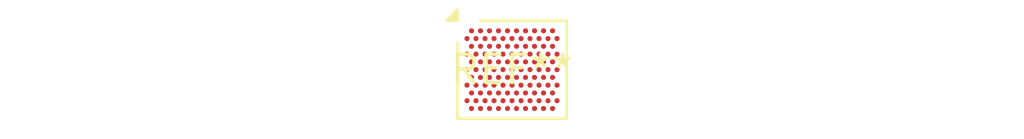
<source format=kicad_pcb>
(kicad_pcb (version 20240108) (generator pcbnew)
  (layers (0 "F.Cu" signal) (31 "B.Cu" signal) (34 "B.Paste" user) (35 "F.Paste" user) (36 "B.SilkS" user "B.Silkscreen") (37 "F.SilkS" user "F.Silkscreen") (38 "B.Mask" user) (39 "F.Mask" user) (44 "Edge.Cuts" user))
  (net 0 "")
  (footprint "ST_WLCSP-115_4.63x4.15mm_P0.4mm_Stagger" (layer "F.Cu") (at 0 0)
    (property "Reference" "REF**")
    (property "Value" "ST_WLCSP-115_4.63x4.15mm_P0.4mm_Stagger")
    (fp_line (start -2.425 2.185) (end -2.425 -1.185) (layer "F.SilkS") (stroke (width 0.12)))
    (fp_line (start -1.425 -2.185) (end 2.425 -2.185) (layer "F.SilkS") (stroke (width 0.12)))
    (fp_line (start 2.425 -2.185) (end 2.425 2.185) (layer "F.SilkS") (stroke (width 0.12)))
    (fp_line (start 2.425 2.185) (end -2.425 2.185) (layer "F.SilkS") (stroke (width 0.12)))
    (fp_poly (pts (xy -2.425 -2.185) (xy -2.925 -2.185) (xy -2.425 -2.685) (xy -2.425 -2.185)) (layer "F.SilkS") (stroke (width 0.12)) (fill solid))
    (pad "A2" smd circle (at -1.8 -1.732051) (size 0.225 0.225) (property pad_prop_bga) (layers "F.Cu" "F.Paste" "F.Mask"))
    (pad "A4" smd circle (at -1.4 -1.732051) (size 0.225 0.225) (property pad_prop_bga) (layers "F.Cu" "F.Paste" "F.Mask"))
    (pad "A6" smd circle (at -1 -1.732051) (size 0.225 0.225) (property pad_prop_bga) (layers "F.Cu" "F.Paste" "F.Mask"))
    (pad "A8" smd circle (at -0.6 -1.732051) (size 0.225 0.225) (property pad_prop_bga) (layers "F.Cu" "F.Paste" "F.Mask"))
    (pad "A10" smd circle (at -0.2 -1.732051) (size 0.225 0.225) (property pad_prop_bga) (layers "F.Cu" "F.Paste" "F.Mask"))
    (pad "A12" smd circle (at 0.2 -1.732051) (size 0.225 0.225) (property pad_prop_bga) (layers "F.Cu" "F.Paste" "F.Mask"))
    (pad "A14" smd circle (at 0.6 -1.732051) (size 0.225 0.225) (property pad_prop_bga) (layers "F.Cu" "F.Paste" "F.Mask"))
    (pad "A16" smd circle (at 1 -1.732051) (size 0.225 0.225) (property pad_prop_bga) (layers "F.Cu" "F.Paste" "F.Mask"))
    (pad "A18" smd circle (at 1.4 -1.732051) (size 0.225 0.225) (property pad_prop_bga) (layers "F.Cu" "F.Paste" "F.Mask"))
    (pad "A20" smd circle (at 1.8 -1.732051) (size 0.225 0.225) (property pad_prop_bga) (layers "F.Cu" "F.Paste" "F.Mask"))
    (pad "B1" smd circle (at -2 -1.385641) (size 0.225 0.225) (property pad_prop_bga) (layers "F.Cu" "F.Paste" "F.Mask"))
    (pad "B3" smd circle (at -1.6 -1.385641) (size 0.225 0.225) (property pad_prop_bga) (layers "F.Cu" "F.Paste" "F.Mask"))
    (pad "B5" smd circle (at -1.2 -1.385641) (size 0.225 0.225) (property pad_prop_bga) (layers "F.Cu" "F.Paste" "F.Mask"))
    (pad "B7" smd circle (at -0.8 -1.385641) (size 0.225 0.225) (property pad_prop_bga) (layers "F.Cu" "F.Paste" "F.Mask"))
    (pad "B9" smd circle (at -0.4 -1.385641) (size 0.225 0.225) (property pad_prop_bga) (layers "F.Cu" "F.Paste" "F.Mask"))
    (pad "B11" smd circle (at 0 -1.385641) (size 0.225 0.225) (property pad_prop_bga) (layers "F.Cu" "F.Paste" "F.Mask"))
    (pad "B13" smd circle (at 0.4 -1.385641) (size 0.225 0.225) (property pad_prop_bga) (layers "F.Cu" "F.Paste" "F.Mask"))
    (pad "B15" smd circle (at 0.8 -1.385641) (size 0.225 0.225) (property pad_prop_bga) (layers "F.Cu" "F.Paste" "F.Mask"))
    (pad "B17" smd circle (at 1.2 -1.385641) (size 0.225 0.225) (property pad_prop_bga) (layers "F.Cu" "F.Paste" "F.Mask"))
    (pad "B19" smd circle (at 1.6 -1.385641) (size 0.225 0.225) (property pad_prop_bga) (layers "F.Cu" "F.Paste" "F.Mask"))
    (pad "B21" smd circle (at 2 -1.385641) (size 0.225 0.225) (property pad_prop_bga) (layers "F.Cu" "F.Paste" "F.Mask"))
    (pad "C2" smd circle (at -1.8 -1.03923) (size 0.225 0.225) (property pad_prop_bga) (layers "F.Cu" "F.Paste" "F.Mask"))
    (pad "C4" smd circle (at -1.4 -1.03923) (size 0.225 0.225) (property pad_prop_bga) (layers "F.Cu" "F.Paste" "F.Mask"))
    (pad "C6" smd circle (at -1 -1.03923) (size 0.225 0.225) (property pad_prop_bga) (layers "F.Cu" "F.Paste" "F.Mask"))
    (pad "C8" smd circle (at -0.6 -1.03923) (size 0.225 0.225) (property pad_prop_bga) (layers "F.Cu" "F.Paste" "F.Mask"))
    (pad "C10" smd circle (at -0.2 -1.03923) (size 0.225 0.225) (property pad_prop_bga) (layers "F.Cu" "F.Paste" "F.Mask"))
    (pad "C12" smd circle (at 0.2 -1.03923) (size 0.225 0.225) (property pad_prop_bga) (layers "F.Cu" "F.Paste" "F.Mask"))
    (pad "C14" smd circle (at 0.6 -1.03923) (size 0.225 0.225) (property pad_prop_bga) (layers "F.Cu" "F.Paste" "F.Mask"))
    (pad "C16" smd circle (at 1 -1.03923) (size 0.225 0.225) (property pad_prop_bga) (layers "F.Cu" "F.Paste" "F.Mask"))
    (pad "C18" smd circle (at 1.4 -1.03923) (size 0.225 0.225) (property pad_prop_bga) (layers "F.Cu" "F.Paste" "F.Mask"))
    (pad "C20" smd circle (at 1.8 -1.03923) (size 0.225 0.225) (property pad_prop_bga) (layers "F.Cu" "F.Paste" "F.Mask"))
    (pad "D1" smd circle (at -2 -0.69282) (size 0.225 0.225) (property pad_prop_bga) (layers "F.Cu" "F.Paste" "F.Mask"))
    (pad "D3" smd circle (at -1.6 -0.69282) (size 0.225 0.225) (property pad_prop_bga) (layers "F.Cu" "F.Paste" "F.Mask"))
    (pad "D5" smd circle (at -1.2 -0.69282) (size 0.225 0.225) (property pad_prop_bga) (layers "F.Cu" "F.Paste" "F.Mask"))
    (pad "D7" smd circle (at -0.8 -0.69282) (size 0.225 0.225) (property pad_prop_bga) (layers "F.Cu" "F.Paste" "F.Mask"))
    (pad "D9" smd circle (at -0.4 -0.69282) (size 0.225 0.225) (property pad_prop_bga) (layers "F.Cu" "F.Paste" "F.Mask"))
    (pad "D11" smd circle (at 0 -0.69282) (size 0.225 0.225) (property pad_prop_bga) (layers "F.Cu" "F.Paste" "F.Mask"))
    (pad "D13" smd circle (at 0.4 -0.69282) (size 0.225 0.225) (property pad_prop_bga) (layers "F.Cu" "F.Paste" "F.Mask"))
    (pad "D15" smd circle (at 0.8 -0.69282) (size 0.225 0.225) (property pad_prop_bga) (layers "F.Cu" "F.Paste" "F.Mask"))
    (pad "D17" smd circle (at 1.2 -0.69282) (size 0.225 0.225) (property pad_prop_bga) (layers "F.Cu" "F.Paste" "F.Mask"))
    (pad "D19" smd circle (at 1.6 -0.69282) (size 0.225 0.225) (property pad_prop_bga) (layers "F.Cu" "F.Paste" "F.Mask"))
    (pad "D21" smd circle (at 2 -0.69282) (size 0.225 0.225) (property pad_prop_bga) (layers "F.Cu" "F.Paste" "F.Mask"))
    (pad "E2" smd circle (at -1.8 -0.34641) (size 0.225 0.225) (property pad_prop_bga) (layers "F.Cu" "F.Paste" "F.Mask"))
    (pad "E4" smd circle (at -1.4 -0.34641) (size 0.225 0.225) (property pad_prop_bga) (layers "F.Cu" "F.Paste" "F.Mask"))
    (pad "E6" smd circle (at -1 -0.34641) (size 0.225 0.225) (property pad_prop_bga) (layers "F.Cu" "F.Paste" "F.Mask"))
    (pad "E8" smd circle (at -0.6 -0.34641) (size 0.225 0.225) (property pad_prop_bga) (layers "F.Cu" "F.Paste" "F.Mask"))
    (pad "E10" smd circle (at -0.2 -0.34641) (size 0.225 0.225) (property pad_prop_bga) (layers "F.Cu" "F.Paste" "F.Mask"))
    (pad "E12" smd circle (at 0.2 -0.34641) (size 0.225 0.225) (property pad_prop_bga) (layers "F.Cu" "F.Paste" "F.Mask"))
    (pad "E14" smd circle (at 0.6 -0.34641) (size 0.225 0.225) (property pad_prop_bga) (layers "F.Cu" "F.Paste" "F.Mask"))
    (pad "E16" smd circle (at 1 -0.34641) (size 0.225 0.225) (property pad_prop_bga) (layers "F.Cu" "F.Paste" "F.Mask"))
    (pad "E18" smd circle (at 1.4 -0.34641) (size 0.225 0.225) (property pad_prop_bga) (layers "F.Cu" "F.Paste" "F.Mask"))
    (pad "E20" smd circle (at 1.8 -0.34641) (size 0.225 0.225) (property pad_prop_bga) (layers "F.Cu" "F.Paste" "F.Mask"))
    (pad "F1" smd circle (at -2 0) (size 0.225 0.225) (property pad_prop_bga) (layers "F.Cu" "F.Paste" "F.Mask"))
    (pad "F3" smd circle (at -1.6 0) (size 0.225 0.225) (property pad_prop_bga) (layers "F.Cu" "F.Paste" "F.Mask"))
    (pad "F5" smd circle (at -1.2 0) (size 0.225 0.225) (property pad_prop_bga) (layers "F.Cu" "F.Paste" "F.Mask"))
    (pad "F7" smd circle (at -0.8 0) (size 0.225 0.225) (property pad_prop_bga) (layers "F.Cu" "F.Paste" "F.Mask"))
    (pad "F9" smd circle (at -0.4 0) (size 0.225 0.225) (property pad_prop_bga) (layers "F.Cu" "F.Paste" "F.Mask"))
    (pad "F11" smd circle (at 0 0) (size 0.225 0.225) (property pad_prop_bga) (layers "F.Cu" "F.Paste" "F.Mask"))
    (pad "F13" smd circle (at 0.4 0) (size 0.225 0.225) (property pad_prop_bga) (layers "F.Cu" "F.Paste" "F.Mask"))
    (pad "F15" smd circle (at 0.8 0) (size 0.225 0.225) (property pad_prop_bga) (layers "F.Cu" "F.Paste" "F.Mask"))
    (pad "F17" smd circle (at 1.2 0) (size 0.225 0.225) (property pad_prop_bga) (layers "F.Cu" "F.Paste" "F.Mask"))
    (pad "F19" smd circle (at 1.6 0) (size 0.225 0.225) (property pad_prop_bga) (layers "F.Cu" "F.Paste" "F.Mask"))
    (pad "F21" smd circle (at 2 0) (size 0.225 0.225) (property pad_prop_bga) (layers "F.Cu" "F.Paste" "F.Mask"))
    (pad "G2" smd circle (at -1.8 0.34641) (size 0.225 0.225) (property pad_prop_bga) (layers "F.Cu" "F.Paste" "F.Mask"))
    (pad "G4" smd circle (at -1.4 0.34641) (size 0.225 0.225) (property pad_prop_bga) (layers "F.Cu" "F.Paste" "F.Mask"))
    (pad "G6" smd circle (at -1 0.34641) (size 0.225 0.225) (property pad_prop_bga) (layers "F.Cu" "F.Paste" "F.Mask"))
    (pad "G8" smd circle (at -0.6 0.34641) (size 0.225 0.225) (property pad_prop_bga) (layers "F.Cu" "F.Paste" "F.Mask"))
    (pad "G10" smd circle (at -0.2 0.34641) (size 0.225 0.225) (property pad_prop_bga) (layers "F.Cu" "F.Paste" "F.Mask"))
    (pad "G12" smd circle (at 0.2 0.34641) (size 0.225 0.225) (property pad_prop_bga) (layers "F.Cu" "F.Paste" "F.Mask"))
    (pad "G14" smd circle (at 0.6 0.34641) (size 0.225 0.225) (property pad_prop_bga) (layers "F.Cu" "F.Paste" "F.Mask"))
    (pad "G16" smd circle (at 1 0.34641) (size 0.225 0.225) (property pad_prop_bga) (layers "F.Cu" "F.Paste" "F.Mask"))
    (pad "G18" smd circle (at 1.4 0.34641) (size 0.225 0.225) (property pad_prop_bga) (layers "F.Cu" "F.Paste" "F.Mask"))
    (pad "G20" smd circle (at 1.8 0.34641) (size 0.225 0.225) (property pad_prop_bga) (layers "F.Cu" "F.Paste" "F.Mask"))
    (pad "H1" smd circle (at -2 0.69282) (size 0.225 0.225) (property pad_prop_bga) (layers "F.Cu" "F.Paste" "F.Mask"))
    (pad "H3" smd circle (at -1.6 0.69282) (size 0.225 0.225) (property pad_prop_bga) (layers "F.Cu" "F.Paste" "F.Mask"))
    (pad "H5" smd circle (at -1.2 0.69282) (size 0.225 0.225) (property pad_prop_bga) (layers "F.Cu" "F.Paste" "F.Mask"))
    (pad "H7" smd circle (at -0.8 0.69282) (size 0.225 0.225) (property pad_prop_bga) (layers "F.Cu" "F.Paste" "F.Mask"))
    (pad "H9" smd circle (at -0.4 0.69282) (size 0.225 0.225) (property pad_prop_bga) (layers "F.Cu" "F.Paste" "F.Mask"))
    (pad "H11" smd circle (at 0 0.69282) (size 0.225 0.225) (property pad_prop_bga) (layers "F.Cu" "F.Paste" "F.Mask"))
    (pad "H13" smd circle (at 0.4 0.69282) (size 0.225 0.225) (property pad_prop_bga) (layers "F.Cu" "F.Paste" "F.Mask"))
    (pad "H15" smd circle (at 0.8 0.69282) (size 0.225 0.225) (property pad_prop_bga) (layers "F.Cu" "F.Paste" "F.Mask"))
    (pad "H17" smd circle (at 1.2 0.69282) (size 0.225 0.225) (property pad_prop_bga) (layers "F.Cu" "F.Paste" "F.Mask"))
    (pad "H19" smd circle (at 1.6 0.69282) (size 0.225 0.225) (property pad_prop_bga) (layers "F.Cu" "F.Paste" "F.Mask"))
    (pad "H21" smd circle (at 2 0.69282) (size 0.225 0.225) (property pad_prop_bga) (layers "F.Cu" "F.Paste" "F.Mask"))
    (pad "J2" smd circle (at -1.8 1.03923) (size 0.225 0.225) (property pad_prop_bga) (layers "F.Cu" "F.Paste" "F.Mask"))
    (pad "J4" smd circle (at -1.4 1.03923) (size 0.225 0.225) (property pad_prop_bga) (layers "F.Cu" "F.Paste" "F.Mask"))
    (pad "J6" smd circle (at -1 1.03923) (size 0.225 0.225) (property pad_prop_bga) (layers "F.Cu" "F.Paste" "F.Mask"))
    (pad "J8" smd circle (at -0.6 1.03923) (size 0.225 0.225) (property pad_prop_bga) (layers "F.Cu" "F.Paste" "F.Mask"))
    (pad "J10" smd circle (at -0.2 1.03923) (size 0.225 0.225) (property pad_prop_bga) (layers "F.Cu" "F.Paste" "F.Mask"))
    (pad "J12" smd circle (at 0.2 1.03923) (size 0.225 0.225) (property pad_prop_bga) (layers "F.Cu" "F.Paste" "F.Mask"))
    (pad "J14" smd circle (at 0.6 1.03923) (size 0.225 0.225) (property pad_prop_bga) (layers "F.Cu" "F.Paste" "F.Mask"))
    (pad "J16" smd circle (at 1 1.03923) (size 0.225 0.225) (property pad_prop_bga) (layers "F.Cu" "F.Paste" "F.Mask"))
    (pad "J18" smd circle (at 1.4 1.03923) (size 0.225 0.225) (property pad_prop_bga) (layers "F.Cu" "F.Paste" "F.Mask"))
    (pad "J20" smd circle (at 1.8 1.03923) (size 0.225 0.225) (property pad_prop_bga) (layers "F.Cu" "F.Paste" "F.Mask"))
    (pad "K1" smd circle (at -2 1.385641) (size 0.225 0.225) (property pad_prop_bga) (layers "F.Cu" "F.Paste" "F.Mask"))
    (pad "K3" smd circle (at -1.6 1.385641) (size 0.225 0.225) (property pad_prop_bga) (layers "F.Cu" "F.Paste" "F.Mask"))
    (pad "K5" smd circle (at -1.2 1.385641) (size 0.225 0.225) (property pad_prop_bga) (layers "F.Cu" "F.Paste" "F.Mask"))
    (pad "K7" smd circle (at -0.8 1.385641) (size 0.225 0.225) (property pad_prop_bga) (layers "F.Cu" "F.Paste" "F.Mask"))
    (pad "K9" smd circle (at -0.4 1.385641) (size 0.225 0.225) (property pad_prop_bga) (layers "F.Cu" "F.Paste" "F.Mask"))
    (pad "K11" smd circle (at 0 1.385641) (size 0.225 0.225) (property pad_prop_bga) (layers "F.Cu" "F.Paste" "F.Mask"))
    (pad "K13" smd circle (at 0.4 1.385641) (size 0.225 0.225) (property pad_prop_bga) (layers "F.Cu" "F.Paste" "F.Mask"))
    (pad "K15" smd circle (at 0.8 1.385641) (size 0.225 0.225) (property pad_prop_bga) (layers "F.Cu" "F.Paste" "F.Mask"))
    (pad "K17" smd circle (at 1.2 1.385641) (size 0.225 0.225) (property pad_prop_bga) (layers "F.Cu" "F.Paste" "F.Mask"))
    (pad "K19" smd circle (at 1.6 1.385641) (size 0.225 0.225) (property pad_prop_bga) (layers "F.Cu" "F.Paste" "F.Mask"))
    (pad "K21" smd circle (at 2 1.385641) (size 0.225 0.225) (property pad_prop_bga) (layers "F.Cu" "F.Paste" "F.Mask"))
    (pad "L2" smd circle (at -1.8 1.732051) (size 0.225 0.225) (property pad_prop_bga) (layers "F.Cu" "F.Paste" "F.Mask"))
    (pad "L4" smd circle (at -1.4 1.732051) (size 0.225 0.225) (property pad_prop_bga) (layers "F.Cu" "F.Paste" "F.Mask"))
    (pad "L6" smd circle (at -1 1.732051) (size 0.225 0.225) (property pad_prop_bga) (layers "F.Cu" "F.Paste" "F.Mask"))
    (pad "L8" smd circle (at -0.6 1.732051) (size 0.225 0.225) (property pad_prop_bga) (layers "F.Cu" "F.Paste" "F.Mask"))
    (pad "L10" smd circle (at -0.2 1.732051) (size 0.225 0.225) (property pad_prop_bga) (layers "F.Cu" "F.Paste" "F.Mask"))
    (pad "L12" smd circle (at 0.2 1.732051) (size 0.225 0.225) (property pad_prop_bga) (layers "F.Cu" "F.Paste" "F.Mask"))
    (pad "L14" smd circle (at 0.6 1.732051) (size 0.225 0.225) (property pad_prop_bga) (layers "F.Cu" "F.Paste" "F.Mask"))
    (pad "L16" smd circle (at 1 1.732051) (size 0.225 0.225) (property pad_prop_bga) (layers "F.Cu" "F.Paste" "F.Mask"))
    (pad "L18" smd circle (at 1.4 1.732051) (size 0.225 0.225) (property pad_prop_bga) (layers "F.Cu" "F.Paste" "F.Mask"))
    (pad "L20" smd circle (at 1.8 1.732051) (size 0.225 0.225) (property pad_prop_bga) (layers "F.Cu" "F.Paste" "F.Mask"))
  )
)
</source>
